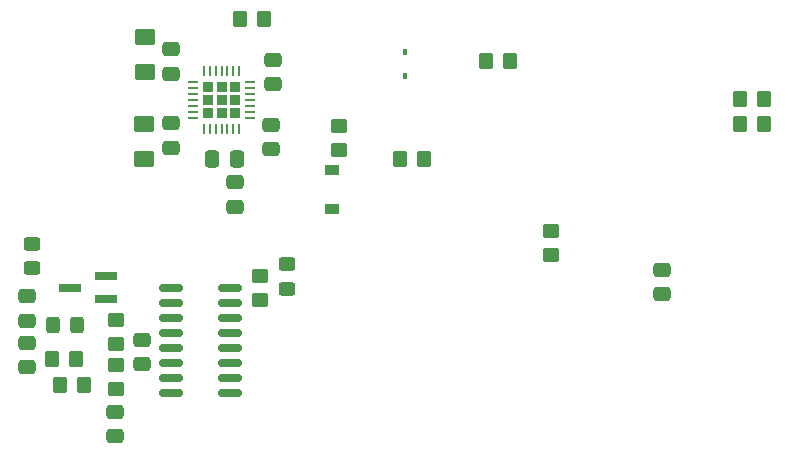
<source format=gbr>
%TF.GenerationSoftware,KiCad,Pcbnew,(5.99.0-9519-ga70106a3bd)*%
%TF.CreationDate,2021-04-17T12:18:36-04:00*%
%TF.ProjectId,Main-PCB,4d61696e-2d50-4434-922e-6b696361645f,rev?*%
%TF.SameCoordinates,Original*%
%TF.FileFunction,Paste,Top*%
%TF.FilePolarity,Positive*%
%FSLAX46Y46*%
G04 Gerber Fmt 4.6, Leading zero omitted, Abs format (unit mm)*
G04 Created by KiCad (PCBNEW (5.99.0-9519-ga70106a3bd)) date 2021-04-17 12:18:36*
%MOMM*%
%LPD*%
G01*
G04 APERTURE LIST*
G04 Aperture macros list*
%AMRoundRect*
0 Rectangle with rounded corners*
0 $1 Rounding radius*
0 $2 $3 $4 $5 $6 $7 $8 $9 X,Y pos of 4 corners*
0 Add a 4 corners polygon primitive as box body*
4,1,4,$2,$3,$4,$5,$6,$7,$8,$9,$2,$3,0*
0 Add four circle primitives for the rounded corners*
1,1,$1+$1,$2,$3*
1,1,$1+$1,$4,$5*
1,1,$1+$1,$6,$7*
1,1,$1+$1,$8,$9*
0 Add four rect primitives between the rounded corners*
20,1,$1+$1,$2,$3,$4,$5,0*
20,1,$1+$1,$4,$5,$6,$7,0*
20,1,$1+$1,$6,$7,$8,$9,0*
20,1,$1+$1,$8,$9,$2,$3,0*%
G04 Aperture macros list end*
%ADD10RoundRect,0.250000X0.350000X0.450000X-0.350000X0.450000X-0.350000X-0.450000X0.350000X-0.450000X0*%
%ADD11RoundRect,0.250000X-0.475000X0.337500X-0.475000X-0.337500X0.475000X-0.337500X0.475000X0.337500X0*%
%ADD12RoundRect,0.250000X-0.350000X-0.450000X0.350000X-0.450000X0.350000X0.450000X-0.350000X0.450000X0*%
%ADD13RoundRect,0.250000X0.450000X-0.350000X0.450000X0.350000X-0.450000X0.350000X-0.450000X-0.350000X0*%
%ADD14RoundRect,0.250000X0.475000X-0.337500X0.475000X0.337500X-0.475000X0.337500X-0.475000X-0.337500X0*%
%ADD15RoundRect,0.250000X-0.450000X0.325000X-0.450000X-0.325000X0.450000X-0.325000X0.450000X0.325000X0*%
%ADD16R,0.450000X0.600000*%
%ADD17RoundRect,0.250001X0.624999X-0.462499X0.624999X0.462499X-0.624999X0.462499X-0.624999X-0.462499X0*%
%ADD18RoundRect,0.150000X-0.850000X-0.150000X0.850000X-0.150000X0.850000X0.150000X-0.850000X0.150000X0*%
%ADD19RoundRect,0.250000X-0.337500X-0.475000X0.337500X-0.475000X0.337500X0.475000X-0.337500X0.475000X0*%
%ADD20RoundRect,0.250000X-0.325000X-0.450000X0.325000X-0.450000X0.325000X0.450000X-0.325000X0.450000X0*%
%ADD21RoundRect,0.250000X0.450000X-0.325000X0.450000X0.325000X-0.450000X0.325000X-0.450000X-0.325000X0*%
%ADD22RoundRect,0.250001X-0.624999X0.462499X-0.624999X-0.462499X0.624999X-0.462499X0.624999X0.462499X0*%
%ADD23RoundRect,0.225000X0.225000X-0.225000X0.225000X0.225000X-0.225000X0.225000X-0.225000X-0.225000X0*%
%ADD24RoundRect,0.062500X0.062500X-0.337500X0.062500X0.337500X-0.062500X0.337500X-0.062500X-0.337500X0*%
%ADD25RoundRect,0.062500X0.337500X-0.062500X0.337500X0.062500X-0.337500X0.062500X-0.337500X-0.062500X0*%
%ADD26RoundRect,0.250000X-0.450000X0.350000X-0.450000X-0.350000X0.450000X-0.350000X0.450000X0.350000X0*%
%ADD27R,1.200000X0.900000*%
%ADD28R,1.900000X0.800000*%
G04 APERTURE END LIST*
D10*
%TO.C,R14*%
X68300000Y-22400000D03*
X66300000Y-22400000D03*
%TD*%
D11*
%TO.C,C13*%
X18100000Y-22322500D03*
X18100000Y-24397500D03*
%TD*%
D12*
%TO.C,R6*%
X8720000Y-44505000D03*
X10720000Y-44505000D03*
%TD*%
D13*
%TO.C,R7*%
X32350000Y-24580000D03*
X32350000Y-22580000D03*
%TD*%
D14*
%TO.C,C12*%
X18130000Y-18157500D03*
X18130000Y-16082500D03*
%TD*%
D15*
%TO.C,L3*%
X6300000Y-32575000D03*
X6300000Y-34625000D03*
%TD*%
D10*
%TO.C,R9*%
X39480000Y-25410000D03*
X37480000Y-25410000D03*
%TD*%
D13*
%TO.C,R4*%
X13420000Y-44805000D03*
X13420000Y-42805000D03*
%TD*%
D11*
%TO.C,C5*%
X15630000Y-40662500D03*
X15630000Y-42737500D03*
%TD*%
D16*
%TO.C,D3*%
X37890000Y-18370000D03*
X37890000Y-16270000D03*
%TD*%
D11*
%TO.C,C7*%
X26590000Y-22462500D03*
X26590000Y-24537500D03*
%TD*%
D17*
%TO.C,R12*%
X15840000Y-25407500D03*
X15840000Y-22432500D03*
%TD*%
D18*
%TO.C,U1*%
X18130000Y-36300000D03*
X18130000Y-37570000D03*
X18130000Y-38840000D03*
X18130000Y-40110000D03*
X18130000Y-41380000D03*
X18130000Y-42650000D03*
X18130000Y-43920000D03*
X18130000Y-45190000D03*
X23130000Y-45190000D03*
X23130000Y-43920000D03*
X23130000Y-42650000D03*
X23130000Y-41380000D03*
X23130000Y-40110000D03*
X23130000Y-38840000D03*
X23130000Y-37570000D03*
X23130000Y-36300000D03*
%TD*%
D19*
%TO.C,C10*%
X21592500Y-25380000D03*
X23667500Y-25380000D03*
%TD*%
D20*
%TO.C,L1*%
X8105000Y-39435000D03*
X10155000Y-39435000D03*
%TD*%
D10*
%TO.C,R15*%
X68300000Y-20300000D03*
X66300000Y-20300000D03*
%TD*%
D12*
%TO.C,R11*%
X23970000Y-13480000D03*
X25970000Y-13480000D03*
%TD*%
%TO.C,R5*%
X8020000Y-42305000D03*
X10020000Y-42305000D03*
%TD*%
D21*
%TO.C,L2*%
X27900000Y-36350000D03*
X27900000Y-34300000D03*
%TD*%
D22*
%TO.C,R13*%
X15870000Y-15062500D03*
X15870000Y-18037500D03*
%TD*%
D11*
%TO.C,C4*%
X5950000Y-40907500D03*
X5950000Y-42982500D03*
%TD*%
D14*
%TO.C,C2*%
X5940000Y-39062500D03*
X5940000Y-36987500D03*
%TD*%
D11*
%TO.C,C6*%
X13370000Y-46767500D03*
X13370000Y-48842500D03*
%TD*%
D23*
%TO.C,U2*%
X21260000Y-20390000D03*
X22380000Y-21510000D03*
X23500000Y-21510000D03*
X22380000Y-19270000D03*
X23500000Y-19270000D03*
X22380000Y-20390000D03*
X21260000Y-19270000D03*
X23500000Y-20390000D03*
X21260000Y-21510000D03*
D24*
X20880000Y-22840000D03*
X21380000Y-22840000D03*
X21880000Y-22840000D03*
X22380000Y-22840000D03*
X22880000Y-22840000D03*
X23380000Y-22840000D03*
X23880000Y-22840000D03*
D25*
X24830000Y-21890000D03*
X24830000Y-21390000D03*
X24830000Y-20890000D03*
X24830000Y-20390000D03*
X24830000Y-19890000D03*
X24830000Y-19390000D03*
X24830000Y-18890000D03*
D24*
X23880000Y-17940000D03*
X23380000Y-17940000D03*
X22880000Y-17940000D03*
X22380000Y-17940000D03*
X21880000Y-17940000D03*
X21380000Y-17940000D03*
X20880000Y-17940000D03*
D25*
X19930000Y-18890000D03*
X19930000Y-19390000D03*
X19930000Y-19890000D03*
X19930000Y-20390000D03*
X19930000Y-20890000D03*
X19930000Y-21390000D03*
X19930000Y-21890000D03*
%TD*%
D26*
%TO.C,R8*%
X25670000Y-35305000D03*
X25670000Y-37305000D03*
%TD*%
D27*
%TO.C,D2*%
X31690000Y-29610000D03*
X31690000Y-26310000D03*
%TD*%
D10*
%TO.C,R2*%
X46800000Y-17090000D03*
X44800000Y-17090000D03*
%TD*%
D26*
%TO.C,R1*%
X50300000Y-31500000D03*
X50300000Y-33500000D03*
%TD*%
D28*
%TO.C,Q1*%
X12560000Y-37215000D03*
X12560000Y-35315000D03*
X9560000Y-36265000D03*
%TD*%
D14*
%TO.C,C11*%
X23480000Y-29417500D03*
X23480000Y-27342500D03*
%TD*%
D13*
%TO.C,R3*%
X13420000Y-41005000D03*
X13420000Y-39005000D03*
%TD*%
D11*
%TO.C,C1*%
X59640000Y-34752500D03*
X59640000Y-36827500D03*
%TD*%
%TO.C,C8*%
X26700000Y-16962500D03*
X26700000Y-19037500D03*
%TD*%
M02*

</source>
